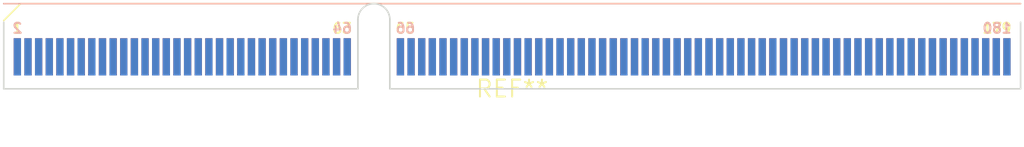
<source format=kicad_pcb>
(kicad_pcb (version 20240108) (generator pcbnew)
  (layers (0 "F.Cu" signal) (31 "B.Cu" signal) (34 "B.Paste" user) (35 "F.Paste" user) (36 "B.SilkS" user "B.Silkscreen") (37 "F.SilkS" user "F.Silkscreen") (38 "B.Mask" user) (39 "F.Mask" user) (44 "Edge.Cuts" user))
  (net 0 "")
  (footprint "Samtec_HSEC8-190-X-X-DV_2x90_P0.8mm_Edge" (layer "F.Cu") (at 0 0)
    (property "Reference" "REF**")
    (property "Value" "Samtec_HSEC8-190-X-X-DV_2x90_P0.8mm_Edge")
    (fp_line (start -38.225 -6.4) (end -38.225 -6.4) (layer "B.SilkS") (stroke (width 0.12)))
    (fp_line (start -38.225 -6.4) (end 38.225 -6.4) (layer "B.SilkS") (stroke (width 0.12)))
    (fp_line (start -38.225 -5.13) (end -36.955 -6.4) (layer "F.SilkS") (stroke (width 0.12)))
    (fp_line (start -36.955 -6.4) (end 38.225 -6.4) (layer "F.SilkS") (stroke (width 0.12)))
    (fp_line (start -38.225 -5) (end -38.225 0) (layer "Edge.Cuts") (stroke (width 0.12)))
    (fp_line (start -38.225 0) (end -11.595 0) (layer "Edge.Cuts") (stroke (width 0.12)))
    (fp_line (start -11.595 0) (end -11.595 -5.2) (layer "Edge.Cuts") (stroke (width 0.12)))
    (fp_line (start -9.195 -5.2) (end -9.195 0) (layer "Edge.Cuts") (stroke (width 0.12)))
    (fp_line (start -9.195 0) (end 38.225 0) (layer "Edge.Cuts") (stroke (width 0.12)))
    (fp_line (start 38.225 0) (end 38.225 -5) (layer "Edge.Cuts") (stroke (width 0.12)))
    (fp_arc (start -11.595 -5.2) (mid -10.395 -6.4) (end -9.195 -5.2) (layer "Edge.Cuts") (stroke (width 0.12)))
    (fp_text user "180" (at 36.45 -4.55 0) (layer "B.SilkS") (effects (font (size 0.75 0.75)) (justify mirror)))
    (fp_text user "66" (at -8.025 -4.55 0) (layer "B.SilkS") (effects (font (size 0.75 0.75)) (justify mirror)))
    (fp_text user "64" (at -12.775 -4.55 0) (layer "B.SilkS") (effects (font (size 0.75 0.75)) (justify mirror)))
    (fp_text user "2" (at -37.2 -4.55 0) (layer "B.SilkS") (effects (font (size 0.75 0.75)) (justify mirror)))
    (fp_text user "63" (at -12.775 -4.55 0) (layer "F.SilkS") (effects (font (size 0.75 0.75))))
    (fp_text user "65" (at -8.025 -4.55 0) (layer "F.SilkS") (effects (font (size 0.75 0.75))))
    (fp_text user "1" (at -37.2 -4.55 0) (layer "F.SilkS") (effects (font (size 0.75 0.75))))
    (fp_text user "179" (at 36.45 -4.55 0) (layer "F.SilkS") (effects (font (size 0.75 0.75))))
    (pad "1" connect rect (at -37.2 -2.4) (size 0.55 2.8) (layers "F.Cu" "F.Mask"))
    (pad "2" connect rect (at -37.2 -2.4) (size 0.55 2.8) (layers "B.Cu" "B.Mask"))
    (pad "3" connect rect (at -36.4 -2.4) (size 0.55 2.8) (layers "F.Cu" "F.Mask"))
    (pad "4" connect rect (at -36.4 -2.4) (size 0.55 2.8) (layers "B.Cu" "B.Mask"))
    (pad "5" connect rect (at -35.6 -2.4) (size 0.55 2.8) (layers "F.Cu" "F.Mask"))
    (pad "6" connect rect (at -35.6 -2.4) (size 0.55 2.8) (layers "B.Cu" "B.Mask"))
    (pad "7" connect rect (at -34.8 -2.4) (size 0.55 2.8) (layers "F.Cu" "F.Mask"))
    (pad "8" connect rect (at -34.8 -2.4) (size 0.55 2.8) (layers "B.Cu" "B.Mask"))
    (pad "9" connect rect (at -34 -2.4) (size 0.55 2.8) (layers "F.Cu" "F.Mask"))
    (pad "10" connect rect (at -34 -2.4) (size 0.55 2.8) (layers "B.Cu" "B.Mask"))
    (pad "11" connect rect (at -33.2 -2.4) (size 0.55 2.8) (layers "F.Cu" "F.Mask"))
    (pad "12" connect rect (at -33.2 -2.4) (size 0.55 2.8) (layers "B.Cu" "B.Mask"))
    (pad "13" connect rect (at -32.4 -2.4) (size 0.55 2.8) (layers "F.Cu" "F.Mask"))
    (pad "14" connect rect (at -32.4 -2.4) (size 0.55 2.8) (layers "B.Cu" "B.Mask"))
    (pad "15" connect rect (at -31.6 -2.4) (size 0.55 2.8) (layers "F.Cu" "F.Mask"))
    (pad "16" connect rect (at -31.6 -2.4) (size 0.55 2.8) (layers "B.Cu" "B.Mask"))
    (pad "17" connect rect (at -30.8 -2.4) (size 0.55 2.8) (layers "F.Cu" "F.Mask"))
    (pad "18" connect rect (at -30.8 -2.4) (size 0.55 2.8) (layers "B.Cu" "B.Mask"))
    (pad "19" connect rect (at -30 -2.4) (size 0.55 2.8) (layers "F.Cu" "F.Mask"))
    (pad "20" connect rect (at -30 -2.4) (size 0.55 2.8) (layers "B.Cu" "B.Mask"))
    (pad "21" connect rect (at -29.2 -2.4) (size 0.55 2.8) (layers "F.Cu" "F.Mask"))
    (pad "22" connect rect (at -29.2 -2.4) (size 0.55 2.8) (layers "B.Cu" "B.Mask"))
    (pad "23" connect rect (at -28.4 -2.4) (size 0.55 2.8) (layers "F.Cu" "F.Mask"))
    (pad "24" connect rect (at -28.4 -2.4) (size 0.55 2.8) (layers "B.Cu" "B.Mask"))
    (pad "25" connect rect (at -27.6 -2.4) (size 0.55 2.8) (layers "F.Cu" "F.Mask"))
    (pad "26" connect rect (at -27.6 -2.4) (size 0.55 2.8) (layers "B.Cu" "B.Mask"))
    (pad "27" connect rect (at -26.8 -2.4) (size 0.55 2.8) (layers "F.Cu" "F.Mask"))
    (pad "28" connect rect (at -26.8 -2.4) (size 0.55 2.8) (layers "B.Cu" "B.Mask"))
    (pad "29" connect rect (at -26 -2.4) (size 0.55 2.8) (layers "F.Cu" "F.Mask"))
    (pad "30" connect rect (at -26 -2.4) (size 0.55 2.8) (layers "B.Cu" "B.Mask"))
    (pad "31" connect rect (at -25.2 -2.4) (size 0.55 2.8) (layers "F.Cu" "F.Mask"))
    (pad "32" connect rect (at -25.2 -2.4) (size 0.55 2.8) (layers "B.Cu" "B.Mask"))
    (pad "33" connect rect (at -24.4 -2.4) (size 0.55 2.8) (layers "F.Cu" "F.Mask"))
    (pad "34" connect rect (at -24.4 -2.4) (size 0.55 2.8) (layers "B.Cu" "B.Mask"))
    (pad "35" connect rect (at -23.6 -2.4) (size 0.55 2.8) (layers "F.Cu" "F.Mask"))
    (pad "36" connect rect (at -23.6 -2.4) (size 0.55 2.8) (layers "B.Cu" "B.Mask"))
    (pad "37" connect rect (at -22.8 -2.4) (size 0.55 2.8) (layers "F.Cu" "F.Mask"))
    (pad "38" connect rect (at -22.8 -2.4) (size 0.55 2.8) (layers "B.Cu" "B.Mask"))
    (pad "39" connect rect (at -22 -2.4) (size 0.55 2.8) (layers "F.Cu" "F.Mask"))
    (pad "40" connect rect (at -22 -2.4) (size 0.55 2.8) (layers "B.Cu" "B.Mask"))
    (pad "41" connect rect (at -21.2 -2.4) (size 0.55 2.8) (layers "F.Cu" "F.Mask"))
    (pad "42" connect rect (at -21.2 -2.4) (size 0.55 2.8) (layers "B.Cu" "B.Mask"))
    (pad "43" connect rect (at -20.4 -2.4) (size 0.55 2.8) (layers "F.Cu" "F.Mask"))
    (pad "44" connect rect (at -20.4 -2.4) (size 0.55 2.8) (layers "B.Cu" "B.Mask"))
    (pad "45" connect rect (at -19.6 -2.4) (size 0.55 2.8) (layers "F.Cu" "F.Mask"))
    (pad "46" connect rect (at -19.6 -2.4) (size 0.55 2.8) (layers "B.Cu" "B.Mask"))
    (pad "47" connect rect (at -18.8 -2.4) (size 0.55 2.8) (layers "F.Cu" "F.Mask"))
    (pad "48" connect rect (at -18.8 -2.4) (size 0.55 2.8) (layers "B.Cu" "B.Mask"))
    (pad "49" connect rect (at -18 -2.4) (size 0.55 2.8) (layers "F.Cu" "F.Mask"))
    (pad "50" connect rect (at -18 -2.4) (size 0.55 2.8) (layers "B.Cu" "B.Mask"))
    (pad "51" connect rect (at -17.2 -2.4) (size 0.55 2.8) (layers "F.Cu" "F.Mask"))
    (pad "52" connect rect (at -17.2 -2.4) (size 0.55 2.8) (layers "B.Cu" "B.Mask"))
    (pad "53" connect rect (at -16.4 -2.4) (size 0.55 2.8) (layers "F.Cu" "F.Mask"))
    (pad "54" connect rect (at -16.4 -2.4) (size 0.55 2.8) (layers "B.Cu" "B.Mask"))
    (pad "55" connect rect (at -15.6 -2.4) (size 0.55 2.8) (layers "F.Cu" "F.Mask"))
    (pad "56" connect rect (at -15.6 -2.4) (size 0.55 2.8) (layers "B.Cu" "B.Mask"))
    (pad "57" connect rect (at -14.8 -2.4) (size 0.55 2.8) (layers "F.Cu" "F.Mask"))
    (pad "58" connect rect (at -14.8 -2.4) (size 0.55 2.8) (layers "B.Cu" "B.Mask"))
    (pad "59" connect rect (at -14 -2.4) (size 0.55 2.8) (layers "F.Cu" "F.Mask"))
    (pad "60" connect rect (at -14 -2.4) (size 0.55 2.8) (layers "B.Cu" "B.Mask"))
    (pad "61" connect rect (at -13.2 -2.4) (size 0.55 2.8) (layers "F.Cu" "F.Mask"))
    (pad "62" connect rect (at -13.2 -2.4) (size 0.55 2.8) (layers "B.Cu" "B.Mask"))
    (pad "63" connect rect (at -12.4 -2.4) (size 0.55 2.8) (layers "F.Cu" "F.Mask"))
    (pad "64" connect rect (at -12.4 -2.4) (size 0.55 2.8) (layers "B.Cu" "B.Mask"))
    (pad "65" connect rect (at -8.4 -2.4) (size 0.55 2.8) (layers "F.Cu" "F.Mask"))
    (pad "66" connect rect (at -8.4 -2.4) (size 0.55 2.8) (layers "B.Cu" "B.Mask"))
    (pad "67" connect rect (at -7.6 -2.4) (size 0.55 2.8) (layers "F.Cu" "F.Mask"))
    (pad "68" connect rect (at -7.6 -2.4) (size 0.55 2.8) (layers "B.Cu" "B.Mask"))
    (pad "69" connect rect (at -6.8 -2.4) (size 0.55 2.8) (layers "F.Cu" "F.Mask"))
    (pad "70" connect rect (at -6.8 -2.4) (size 0.55 2.8) (layers "B.Cu" "B.Mask"))
    (pad "71" connect rect (at -6 -2.4) (size 0.55 2.8) (layers "F.Cu" "F.Mask"))
    (pad "72" connect rect (at -6 -2.4) (size 0.55 2.8) (layers "B.Cu" "B.Mask"))
    (pad "73" connect rect (at -5.2 -2.4) (size 0.55 2.8) (layers "F.Cu" "F.Mask"))
    (pad "74" connect rect (at -5.2 -2.4) (size 0.55 2.8) (layers "B.Cu" "B.Mask"))
    (pad "75" connect rect (at -4.4 -2.4) (size 0.55 2.8) (layers "F.Cu" "F.Mask"))
    (pad "76" connect rect (at -4.4 -2.4) (size 0.55 2.8) (layers "B.Cu" "B.Mask"))
    (pad "77" connect rect (at -3.6 -2.4) (size 0.55 2.8) (layers "F.Cu" "F.Mask"))
    (pad "78" connect rect (at -3.6 -2.4) (size 0.55 2.8) (layers "B.Cu" "B.Mask"))
    (pad "79" connect rect (at -2.8 -2.4) (size 0.55 2.8) (layers "F.Cu" "F.Mask"))
    (pad "80" connect rect (at -2.8 -2.4) (size 0.55 2.8) (layers "B.Cu" "B.Mask"))
    (pad "81" connect rect (at -2 -2.4) (size 0.55 2.8) (layers "F.Cu" "F.Mask"))
    (pad "82" connect rect (at -2 -2.4) (size 0.55 2.8) (layers "B.Cu" "B.Mask"))
    (pad "83" connect rect (at -1.2 -2.4) (size 0.55 2.8) (layers "F.Cu" "F.Mask"))
    (pad "84" connect rect (at -1.2 -2.4) (size 0.55 2.8) (layers "B.Cu" "B.Mask"))
    (pad "85" connect rect (at -0.4 -2.4) (size 0.55 2.8) (layers "F.Cu" "F.Mask"))
    (pad "86" connect rect (at -0.4 -2.4) (size 0.55 2.8) (layers "B.Cu" "B.Mask"))
    (pad "87" connect rect (at 0.4 -2.4) (size 0.55 2.8) (layers "F.Cu" "F.Mask"))
    (pad "88" connect rect (at 0.4 -2.4) (size 0.55 2.8) (layers "B.Cu" "B.Mask"))
    (pad "89" connect rect (at 1.2 -2.4) (size 0.55 2.8) (layers "F.Cu" "F.Mask"))
    (pad "90" connect rect (at 1.2 -2.4) (size 0.55 2.8) (layers "B.Cu" "B.Mask"))
    (pad "91" connect rect (at 2 -2.4) (size 0.55 2.8) (layers "F.Cu" "F.Mask"))
    (pad "92" connect rect (at 2 -2.4) (size 0.55 2.8) (layers "B.Cu" "B.Mask"))
    (pad "93" connect rect (at 2.8 -2.4) (size 0.55 2.8) (layers "F.Cu" "F.Mask"))
    (pad "94" connect rect (at 2.8 -2.4) (size 0.55 2.8) (layers "B.Cu" "B.Mask"))
    (pad "95" connect rect (at 3.6 -2.4) (size 0.55 2.8) (layers "F.Cu" "F.Mask"))
    (pad "96" connect rect (at 3.6 -2.4) (size 0.55 2.8) (layers "B.Cu" "B.Mask"))
    (pad "97" connect rect (at 4.4 -2.4) (size 0.55 2.8) (layers "F.Cu" "F.Mask"))
    (pad "98" connect rect (at 4.4 -2.4) (size 0.55 2.8) (layers "B.Cu" "B.Mask"))
    (pad "99" connect rect (at 5.2 -2.4) (size 0.55 2.8) (layers "F.Cu" "F.Mask"))
    (pad "100" connect rect (at 5.2 -2.4) (size 0.55 2.8) (layers "B.Cu" "B.Mask"))
    (pad "101" connect rect (at 6 -2.4) (size 0.55 2.8) (layers "F.Cu" "F.Mask"))
    (pad "102" connect rect (at 6 -2.4) (size 0.55 2.8) (layers "B.Cu" "B.Mask"))
    (pad "103" connect rect (at 6.8 -2.4) (size 0.55 2.8) (layers "F.Cu" "F.Mask"))
    (pad "104" connect rect (at 6.8 -2.4) (size 0.55 2.8) (layers "B.Cu" "B.Mask"))
    (pad "105" connect rect (at 7.6 -2.4) (size 0.55 2.8) (layers "F.Cu" "F.Mask"))
    (pad "106" connect rect (at 7.6 -2.4) (size 0.55 2.8) (layers "B.Cu" "B.Mask"))
    (pad "107" connect rect (at 8.4 -2.4) (size 0.55 2.8) (layers "F.Cu" "F.Mask"))
    (pad "108" connect rect (at 8.4 -2.4) (size 0.55 2.8) (layers "B.Cu" "B.Mask"))
    (pad "109" connect rect (at 9.2 -2.4) (size 0.55 2.8) (layers "F.Cu" "F.Mask"))
    (pad "110" connect rect (at 9.2 -2.4) (size 0.55 2.8) (layers "B.Cu" "B.Mask"))
    (pad "111" connect rect (at 10 -2.4) (size 0.55 2.8) (layers "F.Cu" "F.Mask"))
    (pad "112" connect rect (at 10 -2.4) (size 0.55 2.8) (layers "B.Cu" "B.Mask"))
    (pad "113" connect rect (at 10.8 -2.4) (size 0.55 2.8) (layers "F.Cu" "F.Mask"))
    (pad "114" connect rect (at 10.8 -2.4) (size 0.55 2.8) (layers "B.Cu" "B.Mask"))
    (pad "115" connect rect (at 11.6 -2.4) (size 0.55 2.8) (layers "F.Cu" "F.Mask"))
    (pad "116" connect rect (at 11.6 -2.4) (size 0.55 2.8) (layers "B.Cu" "B.Mask"))
    (pad "117" connect rect (at 12.4 -2.4) (size 0.55 2.8) (layers "F.Cu" "F.Mask"))
    (pad "118" connect rect (at 12.4 -2.4) (size 0.55 2.8) (layers "B.Cu" "B.Mask"))
    (pad "119" connect rect (at 13.2 -2.4) (size 0.55 2.8) (layers "F.Cu" "F.Mask"))
    (pad "120" connect rect (at 13.2 -2.4) (size 0.55 2.8) (layers "B.Cu" "B.Mask"))
    (pad "121" connect rect (at 14 -2.4) (size 0.55 2.8) (layers "F.Cu" "F.Mask"))
    (pad "122" connect rect (at 14 -2.4) (size 0.55 2.8) (layers "B.Cu" "B.Mask"))
    (pad "123" connect rect (at 14.8 -2.4) (size 0.55 2.8) (layers "F.Cu" "F.Mask"))
    (pad "124" connect rect (at 14.8 -2.4) (size 0.55 2.8) (layers "B.Cu" "B.Mask"))
    (pad "125" connect rect (at 15.6 -2.4) (size 0.55 2.8) (layers "F.Cu" "F.Mask"))
    (pad "126" connect rect (at 15.6 -2.4) (size 0.55 2.8) (layers "B.Cu" "B.Mask"))
    (pad "127" connect rect (at 16.4 -2.4) (size 0.55 2.8) (layers "F.Cu" "F.Mask"))
    (pad "128" connect rect (at 16.4 -2.4) (size 0.55 2.8) (layers "B.Cu" "B.Mask"))
    (pad "129" connect rect (at 17.2 -2.4) (size 0.55 2.8) (layers "F.Cu" "F.Mask"))
    (pad "130" connect rect (at 17.2 -2.4) (size 0.55 2.8) (layers "B.Cu" "B.Mask"))
    (pad "131" connect rect (at 18 -2.4) (size 0.55 2.8) (layers "F.Cu" "F.Mask"))
    (pad "132" connect rect (at 18 -2.4) (size 0.55 2.8) (layers "B.Cu" "B.Mask"))
    (pad "133" connect rect (at 18.8 -2.4) (size 0.55 2.8) (layers "F.Cu" "F.Mask"))
    (pad "134" connect rect (at 18.8 -2.4) (size 0.55 2.8) (layers "B.Cu" "B.Mask"))
    (pad "135" connect rect (at 19.6 -2.4) (size 0.55 2.8) (layers "F.Cu" "F.Mask"))
    (pad "136" connect rect (at 19.6 -2.4) (size 0.55 2.8) (layers "B.Cu" "B.Mask"))
    (pad "137" connect rect (at 20.4 -2.4) (size 0.55 2.8) (layers "F.Cu" "F.Mask"))
    (pad "138" connect rect (at 20.4 -2.4) (size 0.55 2.8) (layers "B.Cu" "B.Mask"))
    (pad "139" connect rect (at 21.2 -2.4) (size 0.55 2.8) (layers "F.Cu" "F.Mask"))
    (pad "140" connect rect (at 21.2 -2.4) (size 0.55 2.8) (layers "B.Cu" "B.Mask"))
    (pad "141" connect rect (at 22 -2.4) (size 0.55 2.8) (layers "F.Cu" "F.Mask"))
    (pad "142" connect rect (at 22 -2.4) (size 0.55 2.8) (layers "B.Cu" "B.Mask"))
    (pad "143" connect rect (at 22.8 -2.4) (size 0.55 2.8) (layers "F.Cu" "F.Mask"))
    (pad "144" connect rect (at 22.8 -2.4) (size 0.55 2.8) (layers "B.Cu" "B.Mask"))
    (pad "145" connect rect (at 23.6 -2.4) (size 0.55 2.8) (layers "F.Cu" "F.Mask"))
    (pad "146" connect rect (at 23.6 -2.4) (size 0.55 2.8) (layers "B.Cu" "B.Mask"))
    (pad "147" connect rect (at 24.4 -2.4) (size 0.55 2.8) (layers "F.Cu" "F.Mask"))
    (pad "148" connect rect (at 24.4 -2.4) (size 0.55 2.8) (layers "B.Cu" "B.Mask"))
    (pad "149" connect rect (at 25.2 -2.4) (size 0.55 2.8) (layers "F.Cu" "F.Mask"))
    (pad "150" connect rect (at 25.2 -2.4) (size 0.55 2.8) (layers "B.Cu" "B.Mask"))
    (pad "151" connect rect (at 26 -2.4) (size 0.55 2.8) (layers "F.Cu" "F.Mask"))
    (pad "152" connect rect (at 26 -2.4) (size 0.55 2.8) (layers "B.Cu" "B.Mask"))
    (pad "153" connect rect (at 26.8 -2.4) (size 0.55 2.8) (layers "F.Cu" "F.Mask"))
    (pad "154" connect rect (at 26.8 -2.4) (size 0.55 2.8) (layers "B.Cu" "B.Mask"))
    (pad "155" connect rect (at 27.6 -2.4) (size 0.55 2.8) (layers "F.Cu" "F.Mask"))
    (pad "156" connect rect (at 27.6 -2.4) (size 0.55 2.8) (layers "B.Cu" "B.Mask"))
    (pad "157" connect rect (at 28.4 -2.4) (size 0.55 2.8) (layers "F.Cu" "F.Mask"))
    (pad "158" connect rect (at 28.4 -2.4) (size 0.55 2.8) (layers "B.Cu" "B.Mask"))
    (pad "159" connect rect (at 29.2 -2.4) (size 0.55 2.8) (layers "F.Cu" "F.Mask"))
    (pad "160" connect rect (at 29.2 -2.4) (size 0.55 2.8) (layers "B.Cu" "B.Mask"))
    (pad "161" connect rect (at 30 -2.4) (size 0.55 2.8) (layers "F.Cu" "F.Mask"))
    (pad "162" connect rect (at 30 -2.4) (size 0.55 2.8) (layers "B.Cu" "B.Mask"))
    (pad "163" connect rect (at 30.8 -2.4) (size 0.55 2.8) (layers "F.Cu" "F.Mask"))
    (pad "164" connect rect (at 30.8 -2.4) (size 0.55 2.8) (layers "B.Cu" "B.Mask"))
    (pad "165" connect rect (at 31.6 -2.4) (size 0.55 2.8) (layers "F.Cu" "F.Mask"))
    (pad "166" connect rect (at 31.6 -2.4) (size 0.55 2.8) (layers "B.Cu" "B.Mask"))
    (pad "167" connect rect (at 32.4 -2.4) (size 0.55 2.8) (layers "F.Cu" "F.Mask"))
    (pad "168" connect rect (at 32.4 -2.4) (size 0.55 2.8) (layers "B.Cu" "B.Mask"))
    (pad "169" connect rect (at 33.2 -2.4) (size 0.55 2.8) (layers "F.Cu" "F.Mask"))
    (pad "170" connect rect (at 33.2 -2.4) (size 0.55 2.8) (layers "B.Cu" "B.Mask"))
    (pad "171" connect rect (at 34 -2.4) (size 0.55 2.8) (layers "F.Cu" "F.Mask"))
    (pad "172" connect rect (at 34 -2.4) (size 0.55 2.8) (layers "B.Cu" "B.Mask"))
    (pad "173" connect rect (at 34.8 -2.4) (size 0.55 2.8) (layers "F.Cu" "F.Mask"))
    (pad "174" connect rect (at 34.8 -2.4) (size 0.55 2.8) (layers "B.Cu" "B.Mask"))
    (pad "175" connect rect (at 35.6 -2.4) (size 0.55 2.8) (layers "F.Cu" "F.Mask"))
    (pad "176" connect rect (at 35.6 -2.4) (size 0.55 2.8) (layers "B.Cu" "B.Mask"))
    (pad "177" connect rect (at 36.4 -2.4) (size 0.55 2.8) (layers "F.Cu" "F.Mask"))
    (pad "178" connect rect (at 36.4 -2.4) (size 0.55 2.8) (layers "B.Cu" "B.Mask"))
    (pad "179" connect rect (at 37.2 -2.4) (size 0.55 2.8) (layers "F.Cu" "F.Mask"))
    (pad "180" connect rect (at 37.2 -2.4) (size 0.55 2.8) (layers "B.Cu" "B.Mask"))
  )
)
</source>
